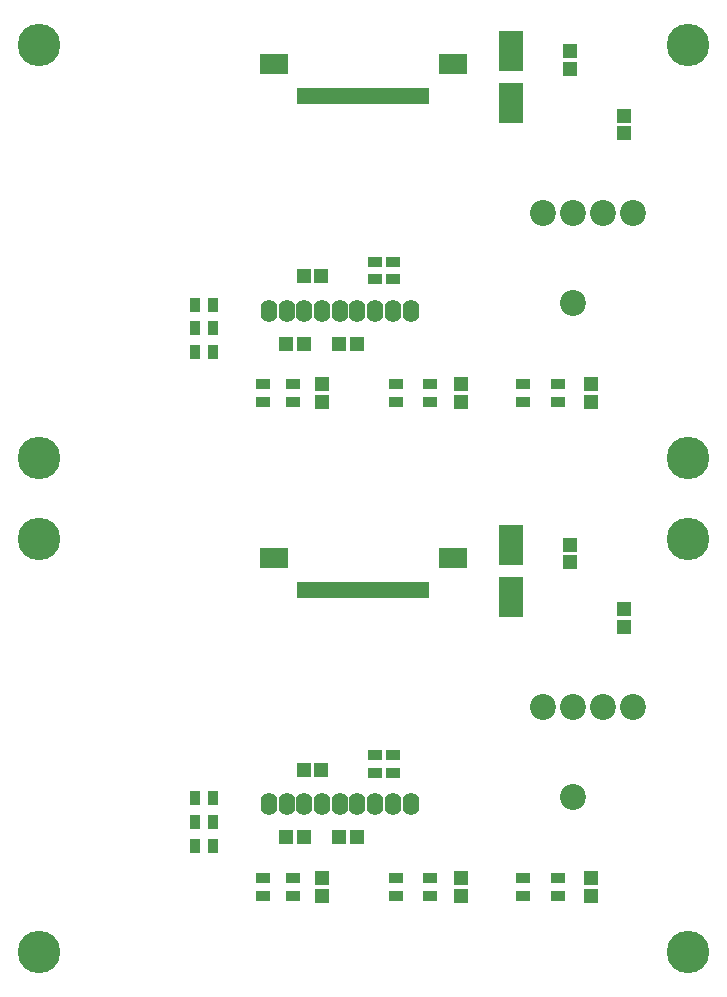
<source format=gbs>
G04 #@! TF.GenerationSoftware,KiCad,Pcbnew,(5.0.0)*
G04 #@! TF.CreationDate,2020-01-25T17:41:45+09:00*
G04 #@! TF.ProjectId,General_purpose_lancer_board_sub_m,47656E6572616C5F707572706F73655F,rev?*
G04 #@! TF.SameCoordinates,Original*
G04 #@! TF.FileFunction,Soldermask,Bot*
G04 #@! TF.FilePolarity,Negative*
%FSLAX46Y46*%
G04 Gerber Fmt 4.6, Leading zero omitted, Abs format (unit mm)*
G04 Created by KiCad (PCBNEW (5.0.0)) date 01/25/20 17:41:45*
%MOMM*%
%LPD*%
G01*
G04 APERTURE LIST*
%ADD10C,3.600000*%
%ADD11R,0.700000X1.400000*%
%ADD12R,2.400000X1.700000*%
%ADD13O,1.400000X1.900000*%
%ADD14R,1.300000X0.900000*%
%ADD15R,0.900000X1.300000*%
%ADD16R,1.200000X1.150000*%
%ADD17R,1.150000X1.200000*%
%ADD18C,2.200000*%
%ADD19R,2.000000X3.400000*%
G04 APERTURE END LIST*
D10*
G04 #@! TO.C,REF\002A\002A*
X172500000Y-102500000D03*
G04 #@! TD*
D11*
G04 #@! TO.C,J3*
X195250000Y-106850000D03*
X196750000Y-106850000D03*
X196250000Y-106850000D03*
X195750000Y-106850000D03*
X197250000Y-106850000D03*
X194750000Y-106850000D03*
X197750000Y-106850000D03*
X198250000Y-106850000D03*
X198750000Y-106850000D03*
X199250000Y-106850000D03*
X199750000Y-106850000D03*
X200250000Y-106850000D03*
D12*
X192450000Y-104150000D03*
D11*
X202250000Y-106850000D03*
D12*
X207550000Y-104150000D03*
D11*
X202750000Y-106850000D03*
X204250000Y-106850000D03*
X203750000Y-106850000D03*
X201750000Y-106850000D03*
X205250000Y-106850000D03*
X200750000Y-106850000D03*
X204750000Y-106850000D03*
X203250000Y-106850000D03*
X201250000Y-106850000D03*
G04 #@! TD*
D13*
G04 #@! TO.C,LCD1*
X192000000Y-125000000D03*
X193500000Y-125000000D03*
X195000000Y-125000000D03*
X196500000Y-125000000D03*
X198000000Y-125000000D03*
X199500000Y-125000000D03*
X201000000Y-125000000D03*
X202500000Y-125000000D03*
X204000000Y-125000000D03*
G04 #@! TD*
D14*
G04 #@! TO.C,R4*
X205600000Y-131250000D03*
X205600000Y-132750000D03*
G04 #@! TD*
G04 #@! TO.C,R11*
X202500000Y-122350000D03*
X202500000Y-120850000D03*
G04 #@! TD*
G04 #@! TO.C,R6*
X216500000Y-131250000D03*
X216500000Y-132750000D03*
G04 #@! TD*
G04 #@! TO.C,R10*
X201000000Y-120850000D03*
X201000000Y-122350000D03*
G04 #@! TD*
D15*
G04 #@! TO.C,R8*
X185750000Y-128500000D03*
X187250000Y-128500000D03*
G04 #@! TD*
G04 #@! TO.C,R7*
X187250000Y-126500000D03*
X185750000Y-126500000D03*
G04 #@! TD*
D14*
G04 #@! TO.C,R3*
X202800000Y-132750000D03*
X202800000Y-131250000D03*
G04 #@! TD*
D15*
G04 #@! TO.C,R9*
X185750000Y-124500000D03*
X187250000Y-124500000D03*
G04 #@! TD*
D14*
G04 #@! TO.C,R5*
X213500000Y-132750000D03*
X213500000Y-131250000D03*
G04 #@! TD*
D16*
G04 #@! TO.C,C7*
X199450000Y-127800000D03*
X197950000Y-127800000D03*
G04 #@! TD*
D17*
G04 #@! TO.C,C2*
X208300000Y-131250000D03*
X208300000Y-132750000D03*
G04 #@! TD*
D16*
G04 #@! TO.C,C5*
X194950000Y-127800000D03*
X193450000Y-127800000D03*
G04 #@! TD*
D10*
G04 #@! TO.C,REF\002A\002A*
X227500000Y-102500000D03*
G04 #@! TD*
D17*
G04 #@! TO.C,C3*
X219300000Y-131250000D03*
X219300000Y-132750000D03*
G04 #@! TD*
G04 #@! TO.C,C1*
X196500000Y-132750000D03*
X196500000Y-131250000D03*
G04 #@! TD*
D18*
G04 #@! TO.C,SW5*
X220270000Y-116750000D03*
X217730000Y-116750000D03*
X215190000Y-116750000D03*
X222810000Y-116750000D03*
X217730000Y-124370000D03*
G04 #@! TD*
D10*
G04 #@! TO.C,REF\002A\002A*
X172500000Y-137500000D03*
G04 #@! TD*
D14*
G04 #@! TO.C,R2*
X194000000Y-131250000D03*
X194000000Y-132750000D03*
G04 #@! TD*
D16*
G04 #@! TO.C,C6*
X196450000Y-122100000D03*
X194950000Y-122100000D03*
G04 #@! TD*
D17*
G04 #@! TO.C,C4*
X222100000Y-108500000D03*
X222100000Y-110000000D03*
G04 #@! TD*
D14*
G04 #@! TO.C,R1*
X191500000Y-132750000D03*
X191500000Y-131250000D03*
G04 #@! TD*
D19*
G04 #@! TO.C,C9*
X212500000Y-107450000D03*
X212500000Y-103050000D03*
G04 #@! TD*
D17*
G04 #@! TO.C,C8*
X217500000Y-103000000D03*
X217500000Y-104500000D03*
G04 #@! TD*
D10*
G04 #@! TO.C,REF\002A\002A*
X227500000Y-137500000D03*
G04 #@! TD*
G04 #@! TO.C,REF\002A\002A*
X172500000Y-60700000D03*
G04 #@! TD*
D11*
G04 #@! TO.C,J3*
X195250000Y-65050000D03*
X196750000Y-65050000D03*
X196250000Y-65050000D03*
X195750000Y-65050000D03*
X197250000Y-65050000D03*
X194750000Y-65050000D03*
X197750000Y-65050000D03*
X198250000Y-65050000D03*
X198750000Y-65050000D03*
X199250000Y-65050000D03*
X199750000Y-65050000D03*
X200250000Y-65050000D03*
D12*
X192450000Y-62350000D03*
D11*
X202250000Y-65050000D03*
D12*
X207550000Y-62350000D03*
D11*
X202750000Y-65050000D03*
X204250000Y-65050000D03*
X203750000Y-65050000D03*
X201750000Y-65050000D03*
X205250000Y-65050000D03*
X200750000Y-65050000D03*
X204750000Y-65050000D03*
X203250000Y-65050000D03*
X201250000Y-65050000D03*
G04 #@! TD*
D13*
G04 #@! TO.C,LCD1*
X192000000Y-83200000D03*
X193500000Y-83200000D03*
X195000000Y-83200000D03*
X196500000Y-83200000D03*
X198000000Y-83200000D03*
X199500000Y-83200000D03*
X201000000Y-83200000D03*
X202500000Y-83200000D03*
X204000000Y-83200000D03*
G04 #@! TD*
D14*
G04 #@! TO.C,R4*
X205600000Y-89450000D03*
X205600000Y-90950000D03*
G04 #@! TD*
G04 #@! TO.C,R11*
X202500000Y-80550000D03*
X202500000Y-79050000D03*
G04 #@! TD*
G04 #@! TO.C,R6*
X216500000Y-89450000D03*
X216500000Y-90950000D03*
G04 #@! TD*
G04 #@! TO.C,R10*
X201000000Y-79050000D03*
X201000000Y-80550000D03*
G04 #@! TD*
D15*
G04 #@! TO.C,R8*
X185750000Y-86700000D03*
X187250000Y-86700000D03*
G04 #@! TD*
G04 #@! TO.C,R7*
X187250000Y-84700000D03*
X185750000Y-84700000D03*
G04 #@! TD*
D14*
G04 #@! TO.C,R3*
X202800000Y-90950000D03*
X202800000Y-89450000D03*
G04 #@! TD*
D15*
G04 #@! TO.C,R9*
X185750000Y-82700000D03*
X187250000Y-82700000D03*
G04 #@! TD*
D14*
G04 #@! TO.C,R5*
X213500000Y-90950000D03*
X213500000Y-89450000D03*
G04 #@! TD*
D16*
G04 #@! TO.C,C7*
X199450000Y-86000000D03*
X197950000Y-86000000D03*
G04 #@! TD*
D17*
G04 #@! TO.C,C2*
X208300000Y-89450000D03*
X208300000Y-90950000D03*
G04 #@! TD*
D16*
G04 #@! TO.C,C5*
X194950000Y-86000000D03*
X193450000Y-86000000D03*
G04 #@! TD*
D10*
G04 #@! TO.C,REF\002A\002A*
X227500000Y-60700000D03*
G04 #@! TD*
D17*
G04 #@! TO.C,C3*
X219300000Y-89450000D03*
X219300000Y-90950000D03*
G04 #@! TD*
G04 #@! TO.C,C1*
X196500000Y-90950000D03*
X196500000Y-89450000D03*
G04 #@! TD*
D18*
G04 #@! TO.C,SW5*
X220270000Y-74950000D03*
X217730000Y-74950000D03*
X215190000Y-74950000D03*
X222810000Y-74950000D03*
X217730000Y-82570000D03*
G04 #@! TD*
D10*
G04 #@! TO.C,REF\002A\002A*
X172500000Y-95700000D03*
G04 #@! TD*
D14*
G04 #@! TO.C,R2*
X194000000Y-89450000D03*
X194000000Y-90950000D03*
G04 #@! TD*
D16*
G04 #@! TO.C,C6*
X196450000Y-80300000D03*
X194950000Y-80300000D03*
G04 #@! TD*
D17*
G04 #@! TO.C,C4*
X222100000Y-66700000D03*
X222100000Y-68200000D03*
G04 #@! TD*
D14*
G04 #@! TO.C,R1*
X191500000Y-90950000D03*
X191500000Y-89450000D03*
G04 #@! TD*
D19*
G04 #@! TO.C,C9*
X212500000Y-65650000D03*
X212500000Y-61250000D03*
G04 #@! TD*
D17*
G04 #@! TO.C,C8*
X217500000Y-61200000D03*
X217500000Y-62700000D03*
G04 #@! TD*
D10*
G04 #@! TO.C,REF\002A\002A*
X227500000Y-95700000D03*
G04 #@! TD*
M02*

</source>
